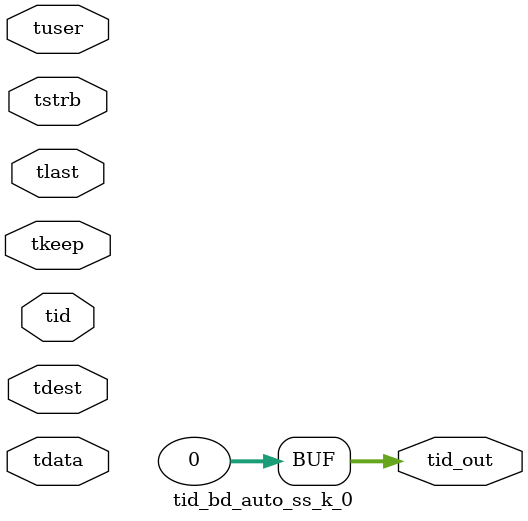
<source format=v>


`timescale 1ps/1ps

module tid_bd_auto_ss_k_0 #
(
parameter C_S_AXIS_TID_WIDTH   = 1,
parameter C_S_AXIS_TUSER_WIDTH = 0,
parameter C_S_AXIS_TDATA_WIDTH = 0,
parameter C_S_AXIS_TDEST_WIDTH = 0,
parameter C_M_AXIS_TID_WIDTH   = 32
)
(
input  [(C_S_AXIS_TID_WIDTH   == 0 ? 1 : C_S_AXIS_TID_WIDTH)-1:0       ] tid,
input  [(C_S_AXIS_TDATA_WIDTH == 0 ? 1 : C_S_AXIS_TDATA_WIDTH)-1:0     ] tdata,
input  [(C_S_AXIS_TUSER_WIDTH == 0 ? 1 : C_S_AXIS_TUSER_WIDTH)-1:0     ] tuser,
input  [(C_S_AXIS_TDEST_WIDTH == 0 ? 1 : C_S_AXIS_TDEST_WIDTH)-1:0     ] tdest,
input  [(C_S_AXIS_TDATA_WIDTH/8)-1:0 ] tkeep,
input  [(C_S_AXIS_TDATA_WIDTH/8)-1:0 ] tstrb,
input                                                                    tlast,
output [(C_M_AXIS_TID_WIDTH   == 0 ? 1 : C_M_AXIS_TID_WIDTH)-1:0       ] tid_out
);

assign tid_out = {1'b0};

endmodule


</source>
